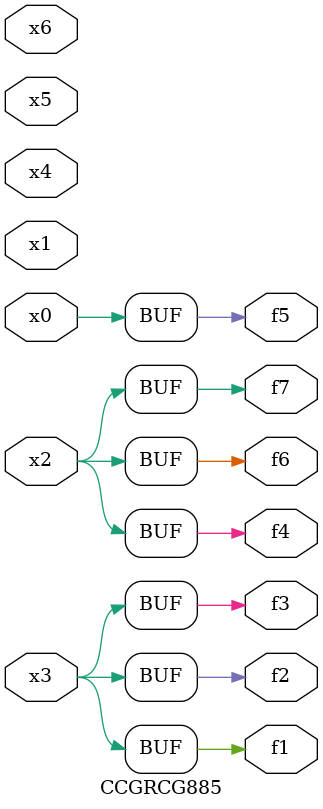
<source format=v>
module CCGRCG885(
	input x0, x1, x2, x3, x4, x5, x6,
	output f1, f2, f3, f4, f5, f6, f7
);
	assign f1 = x3;
	assign f2 = x3;
	assign f3 = x3;
	assign f4 = x2;
	assign f5 = x0;
	assign f6 = x2;
	assign f7 = x2;
endmodule

</source>
